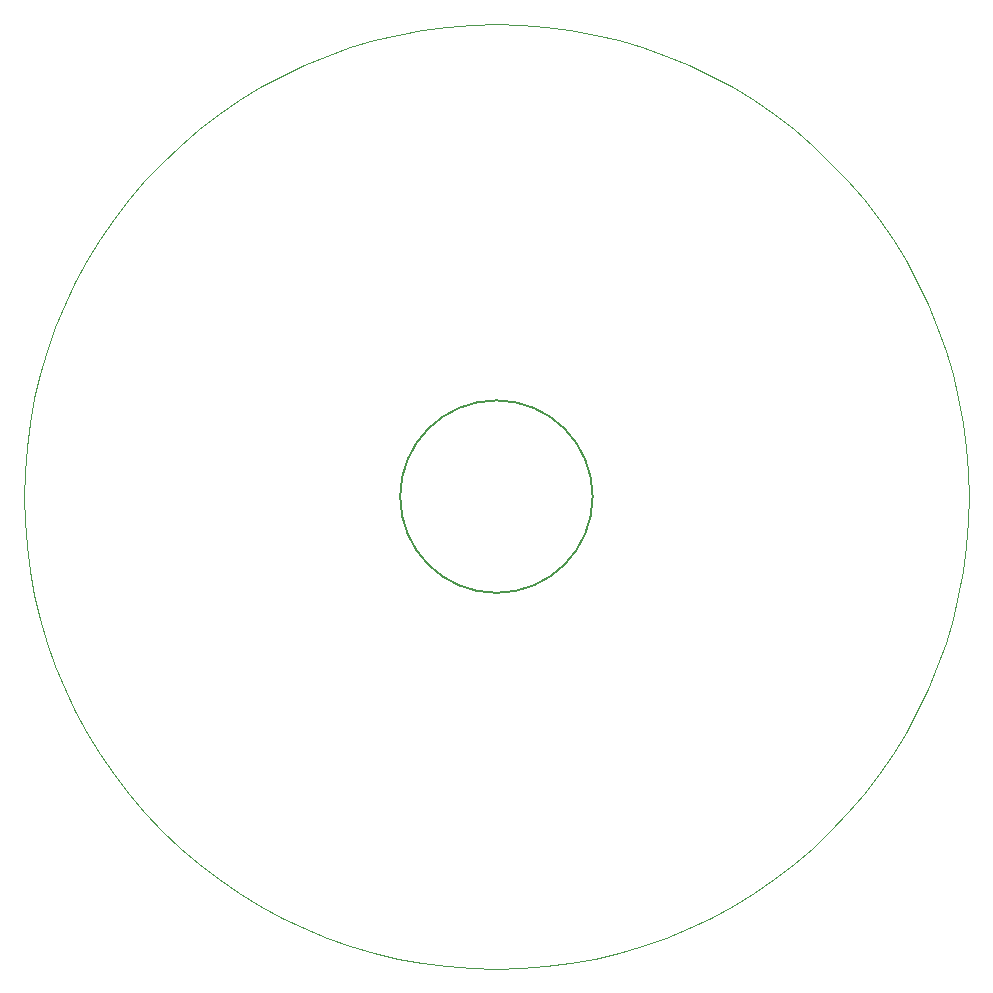
<source format=gbr>
%TF.GenerationSoftware,KiCad,Pcbnew,7.0.5.1-1-g8f565ef7f0-dirty-deb11*%
%TF.CreationDate,2023-07-01T18:37:16+00:00*%
%TF.ProjectId,USTTHUNDERMILLPCB03,55535454-4855-44e4-9445-524d494c4c50,rev?*%
%TF.SameCoordinates,Original*%
%TF.FileFunction,Profile,NP*%
%FSLAX46Y46*%
G04 Gerber Fmt 4.6, Leading zero omitted, Abs format (unit mm)*
G04 Created by KiCad (PCBNEW 7.0.5.1-1-g8f565ef7f0-dirty-deb11) date 2023-07-01 18:37:16*
%MOMM*%
%LPD*%
G01*
G04 APERTURE LIST*
%TA.AperFunction,Profile*%
%ADD10C,0.200000*%
%TD*%
%TA.AperFunction,Profile*%
%ADD11C,0.050000*%
%TD*%
G04 APERTURE END LIST*
D10*
X8150000Y0D02*
G75*
G03*
X8150000Y0I-8150000J0D01*
G01*
D11*
X2093441Y39945195D02*
X4181140Y39780896D01*
X6257377Y39507496D01*
X8316467Y39125897D01*
X10352798Y38636998D01*
X12360698Y38042298D01*
X14334701Y37343197D01*
X16269500Y36541798D01*
X18159599Y35640297D01*
X20000000Y34640999D01*
X21785598Y33546801D01*
X23511398Y32360701D01*
X25172798Y31085801D01*
X26765197Y29725800D01*
X28284301Y28284300D01*
X29725799Y26765200D01*
X31085800Y25172801D01*
X32360702Y23511401D01*
X33546798Y21785601D01*
X34640998Y20000000D01*
X35640304Y18159600D01*
X36541801Y16269501D01*
X37343200Y14334700D01*
X38042297Y12360699D01*
X38637001Y10352799D01*
X39125900Y8316472D01*
X39507499Y6257382D01*
X39780899Y4181141D01*
X39945205Y2093442D01*
X40000000Y0D01*
X39945190Y-2093448D01*
X39780899Y-4181148D01*
X39507492Y-6257385D01*
X39125900Y-8316474D01*
X38636993Y-10352806D01*
X38042297Y-12360706D01*
X37343200Y-14334709D01*
X36541793Y-16269508D01*
X35640296Y-18159606D01*
X34640998Y-20000007D01*
X33546798Y-21785606D01*
X32360702Y-23511405D01*
X31085800Y-25172805D01*
X29725799Y-26765205D01*
X28284301Y-28284309D01*
X26765197Y-29725807D01*
X25172798Y-31085807D01*
X23511398Y-32360702D01*
X21785598Y-33546806D01*
X20000000Y-34641006D01*
X18159599Y-35640304D01*
X16269500Y-36541809D01*
X14334701Y-37343200D01*
X12360698Y-38042304D01*
X10352798Y-38637008D01*
X8316467Y-39125900D01*
X6257377Y-39507507D01*
X4181140Y-39780899D01*
X2093441Y-39945205D01*
X0Y-40000000D01*
X-2093445Y-39945190D01*
X-4181145Y-39780899D01*
X-6257386Y-39507492D01*
X-8316475Y-39125900D01*
X-10352807Y-38636993D01*
X-12360707Y-38042297D01*
X-14334706Y-37343200D01*
X-16269507Y-36541793D01*
X-18159607Y-35640296D01*
X-20000006Y-34640998D01*
X-21785607Y-33546798D01*
X-23511406Y-32360702D01*
X-25172806Y-31085800D01*
X-26765206Y-29725799D01*
X-28284306Y-28284301D01*
X-29725806Y-26765197D01*
X-31085806Y-25172798D01*
X-32360707Y-23511398D01*
X-33546807Y-21785598D01*
X-34641007Y-20000000D01*
X-35640305Y-18159599D01*
X-36541806Y-16269500D01*
X-37343205Y-14334701D01*
X-38042305Y-12360698D01*
X-38637005Y-10352798D01*
X-39125905Y-8316467D01*
X-39507504Y-6257377D01*
X-39780903Y-4181140D01*
X-39945202Y-2093441D01*
X-40000000Y0D01*
X-39945202Y2093445D01*
X-39780903Y4181145D01*
X-39507504Y6257386D01*
X-39125905Y8316475D01*
X-38637005Y10352807D01*
X-38042305Y12360707D01*
X-37343205Y14334706D01*
X-36541806Y16269507D01*
X-35640305Y18159607D01*
X-34641003Y20000006D01*
X-33546803Y21785607D01*
X-32360703Y23511406D01*
X-31085803Y25172806D01*
X-29725802Y26765206D01*
X-28284302Y28284306D01*
X-26765202Y29725806D01*
X-25172802Y31085806D01*
X-23511403Y32360707D01*
X-21785603Y33546807D01*
X-20000002Y34641007D01*
X-18159602Y35640305D01*
X-16269501Y36541806D01*
X-14334702Y37343205D01*
X-12360701Y38042305D01*
X-10352799Y38637005D01*
X-8316472Y39125905D01*
X-6257382Y39507504D01*
X-4181141Y39780903D01*
X-2093442Y39945202D01*
X0Y40000000D01*
X2093441Y39945195D01*
M02*

</source>
